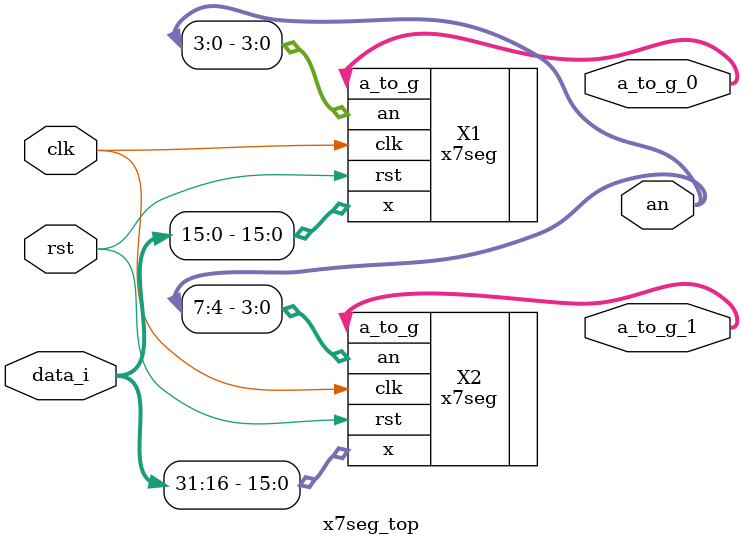
<source format=v>
`timescale 1ns/1ps

module x7seg_top(
    input wire          clk,
    input wire          rst,
    input wire[31:0]    data_i,
    output[6:0]         a_to_g_0,
    output[6:0]         a_to_g_1,
    output[7:0]         an
);

    //低16位数据显示（右侧4个数码管）
    x7seg X1(
        .x(data_i[15:0]),
        .clk(clk),
        .rst(rst),
        .a_to_g(a_to_g_0),
        .an(an[3:0])
    );
    //高16位数据显示（左侧4个数码管）
    x7seg X2(
        .x(data_i[31:16]),
        .clk(clk),
        .rst(rst),
        .a_to_g(a_to_g_1),
        .an(an[7:4])
    );

endmodule

</source>
